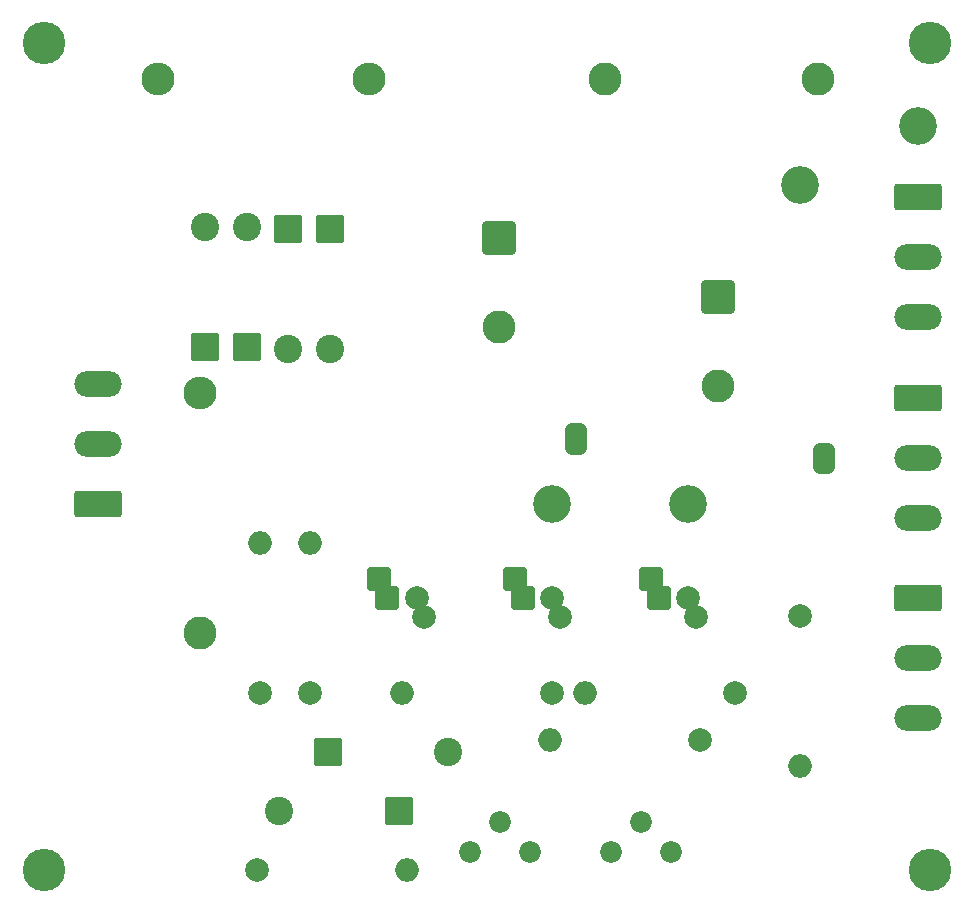
<source format=gbr>
G04 #@! TF.GenerationSoftware,KiCad,Pcbnew,(6.0.0-0)*
G04 #@! TF.CreationDate,2022-01-15T15:56:33+00:00*
G04 #@! TF.ProjectId,PowerSupply,506f7765-7253-4757-9070-6c792e6b6963,rev?*
G04 #@! TF.SameCoordinates,Original*
G04 #@! TF.FileFunction,Soldermask,Bot*
G04 #@! TF.FilePolarity,Negative*
%FSLAX46Y46*%
G04 Gerber Fmt 4.6, Leading zero omitted, Abs format (unit mm)*
G04 Created by KiCad (PCBNEW (6.0.0-0)) date 2022-01-15 15:56:33*
%MOMM*%
%LPD*%
G01*
G04 APERTURE LIST*
G04 Aperture macros list*
%AMRoundRect*
0 Rectangle with rounded corners*
0 $1 Rounding radius*
0 $2 $3 $4 $5 $6 $7 $8 $9 X,Y pos of 4 corners*
0 Add a 4 corners polygon primitive as box body*
4,1,4,$2,$3,$4,$5,$6,$7,$8,$9,$2,$3,0*
0 Add four circle primitives for the rounded corners*
1,1,$1+$1,$2,$3*
1,1,$1+$1,$4,$5*
1,1,$1+$1,$6,$7*
1,1,$1+$1,$8,$9*
0 Add four rect primitives between the rounded corners*
20,1,$1+$1,$2,$3,$4,$5,0*
20,1,$1+$1,$4,$5,$6,$7,0*
20,1,$1+$1,$6,$7,$8,$9,0*
20,1,$1+$1,$8,$9,$2,$3,0*%
%AMFreePoly0*
4,1,41,0.586777,0.930194,0.656366,0.874698,0.694986,0.794504,0.700000,0.750000,0.700000,-0.750000,0.680194,-0.836777,0.624698,-0.906366,0.544504,-0.944986,0.500000,-0.950000,0.000000,-0.950000,-0.023504,-0.944635,-0.083606,-0.943534,-0.139582,-0.934468,-0.274897,-0.892193,-0.326080,-0.867780,-0.444090,-0.789225,-0.486362,-0.751429,-0.577582,-0.642910,-0.607548,-0.594768,-0.664643,-0.465009,
-0.679893,-0.410393,-0.697476,-0.275933,-0.697084,-0.275882,-0.700000,-0.250000,-0.700000,0.250000,-0.697921,0.259109,-0.697582,0.286880,-0.675771,0.426957,-0.659192,0.481183,-0.598944,0.609508,-0.567811,0.656904,-0.473967,0.763162,-0.430783,0.799915,-0.310888,0.875563,-0.259125,0.898717,-0.122818,0.937674,-0.066635,0.945370,-0.042411,0.945222,0.000000,0.950000,0.500000,0.950000,
0.586777,0.930194,0.586777,0.930194,$1*%
%AMFreePoly1*
4,1,41,0.022678,0.944824,0.075125,0.944504,0.131210,0.936123,0.267031,0.895504,0.318507,0.871718,0.437469,0.794611,0.480202,0.757333,0.572740,0.649936,0.603290,0.602165,0.661967,0.473113,0.677883,0.418686,0.697980,0.278353,0.700000,0.250000,0.700000,-0.250000,0.699985,-0.252439,0.699836,-0.264655,0.697079,-0.295398,0.673559,-0.435199,0.656318,-0.489221,0.594506,-0.616800,
0.562797,-0.663810,0.467662,-0.768914,0.424032,-0.805137,0.303222,-0.879314,0.251181,-0.901834,0.114408,-0.939123,0.058135,-0.946132,0.037663,-0.945757,0.000000,-0.950000,-0.500000,-0.950000,-0.586777,-0.930194,-0.656366,-0.874698,-0.694986,-0.794504,-0.700000,-0.750000,-0.700000,0.750000,-0.680194,0.836777,-0.624698,0.906366,-0.544504,0.944986,-0.500000,0.950000,0.000000,0.950000,
0.022678,0.944824,0.022678,0.944824,$1*%
G04 Aperture macros list end*
%ADD10RoundRect,0.200000X-1.800000X0.900000X-1.800000X-0.900000X1.800000X-0.900000X1.800000X0.900000X0*%
%ADD11O,4.000000X2.200000*%
%ADD12C,3.600000*%
%ADD13RoundRect,0.200000X0.999490X-0.999490X0.999490X0.999490X-0.999490X0.999490X-0.999490X-0.999490X0*%
%ADD14C,2.398980*%
%ADD15RoundRect,0.200000X-0.999490X0.999490X-0.999490X-0.999490X0.999490X-0.999490X0.999490X0.999490X0*%
%ADD16C,3.200000*%
%ADD17RoundRect,0.200000X-1.200000X1.200000X-1.200000X-1.200000X1.200000X-1.200000X1.200000X1.200000X0*%
%ADD18C,2.800000*%
%ADD19O,2.800000X2.800000*%
%ADD20RoundRect,0.200000X1.800000X-0.900000X1.800000X0.900000X-1.800000X0.900000X-1.800000X-0.900000X0*%
%ADD21RoundRect,0.200000X-0.800000X-0.800000X0.800000X-0.800000X0.800000X0.800000X-0.800000X0.800000X0*%
%ADD22C,2.000000*%
%ADD23O,2.000000X2.000000*%
%ADD24RoundRect,0.200000X-0.999490X-0.999490X0.999490X-0.999490X0.999490X0.999490X-0.999490X0.999490X0*%
%ADD25RoundRect,0.200000X0.999490X0.999490X-0.999490X0.999490X-0.999490X-0.999490X0.999490X-0.999490X0*%
%ADD26FreePoly0,270.000000*%
%ADD27FreePoly1,270.000000*%
%ADD28C,1.840000*%
G04 APERTURE END LIST*
D10*
X129000000Y-53000000D03*
D11*
X129000000Y-58080000D03*
X129000000Y-63160000D03*
D10*
X129000000Y-70000000D03*
D11*
X129000000Y-75080000D03*
X129000000Y-80160000D03*
D10*
X129000000Y-87000000D03*
D11*
X129000000Y-92080000D03*
X129000000Y-97160000D03*
D12*
X130000000Y-40000000D03*
X130000000Y-110000000D03*
X55000000Y-110000000D03*
D13*
X79138060Y-55712480D03*
D14*
X79138060Y-65872480D03*
D15*
X68632980Y-65712480D03*
D14*
X68632980Y-55552480D03*
D13*
X75638060Y-55712480D03*
D14*
X75638060Y-65872480D03*
D15*
X72132980Y-65712480D03*
D14*
X72132980Y-55552480D03*
D16*
X129000000Y-47000000D03*
X119000000Y-52000000D03*
D17*
X93500000Y-56500000D03*
D18*
X93500000Y-64000000D03*
D17*
X112000000Y-61500000D03*
D18*
X112000000Y-69000000D03*
X102500000Y-43000000D03*
X120500000Y-43000000D03*
D19*
X64620000Y-43000000D03*
X82500000Y-43000000D03*
D20*
X59500000Y-79000000D03*
D11*
X59500000Y-73920000D03*
X59500000Y-68840000D03*
D21*
X106329063Y-85400000D03*
X107000000Y-87000000D03*
D22*
X109500000Y-87000000D03*
X110170937Y-88600000D03*
D21*
X95500000Y-87000000D03*
X94829063Y-85400000D03*
D22*
X98670937Y-88600000D03*
X98000000Y-87000000D03*
D21*
X83329063Y-85400000D03*
X84000000Y-87000000D03*
D22*
X87170937Y-88600000D03*
X86500000Y-87000000D03*
D18*
X68200000Y-89916000D03*
D19*
X68200000Y-69596000D03*
D22*
X98000000Y-95000000D03*
D23*
X85300000Y-95000000D03*
D24*
X85000000Y-105002540D03*
D14*
X74840000Y-105002540D03*
D25*
X79000000Y-99997460D03*
D14*
X89160000Y-99997460D03*
D22*
X77500000Y-95000000D03*
D23*
X77500000Y-82300000D03*
D22*
X110500000Y-99000000D03*
D23*
X97800000Y-99000000D03*
D22*
X113500000Y-95000000D03*
D23*
X100800000Y-95000000D03*
D16*
X109500000Y-79000000D03*
X98000000Y-79000000D03*
D22*
X73000000Y-110000000D03*
D23*
X85700000Y-110000000D03*
D22*
X73250000Y-95000000D03*
D23*
X73250000Y-82300000D03*
D22*
X119000000Y-88500000D03*
D23*
X119000000Y-101200000D03*
D12*
X55000000Y-40000000D03*
D26*
X121000000Y-74500000D03*
D27*
X121000000Y-75800000D03*
D26*
X100000000Y-72850000D03*
D27*
X100000000Y-74150000D03*
D28*
X91000000Y-108500000D03*
X93540000Y-105960000D03*
X96080000Y-108500000D03*
X103000000Y-108500000D03*
X105540000Y-105960000D03*
X108080000Y-108500000D03*
M02*

</source>
